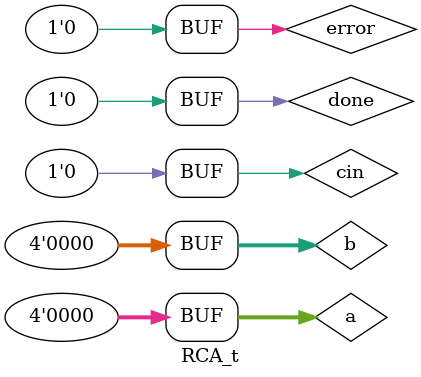
<source format=v>
`timescale 1ns/1ns

module RCA_t;

reg error = 1'b0;
reg done = 1'b0;;
wire [3:0] sum;
wire cout;


// input signal to the test instance.
reg [3:0] a = 4'b0000;
reg [3:0] b = 4'b0000;
reg cin = 1'b0;

// output from the test instance.

// instantiate the test instance.
Ripple_Carry_Adder R55C7A(
    .a (a), 
    .b (b), 
    .cin (cin),
    .cout(cout),
    .sum(sum)
    
);

initial begin
   repeat(2 ** 4) begin
        repeat(2 ** 4) begin
            b = b + 4'b0001;
            repeat(2) begin
                cin = cin + 1'b1;
                #1 if((a+b+cin) !== {cout,sum}) error = 1'b1;
                else error = 1'b0;
                #4 ;
            end
        end
        a = a + 4'b0001;
    end 
    #1 error = 1'b0;
    #4 done = 1'b1;
    #5 done =  1'b0;
end

endmodule
</source>
